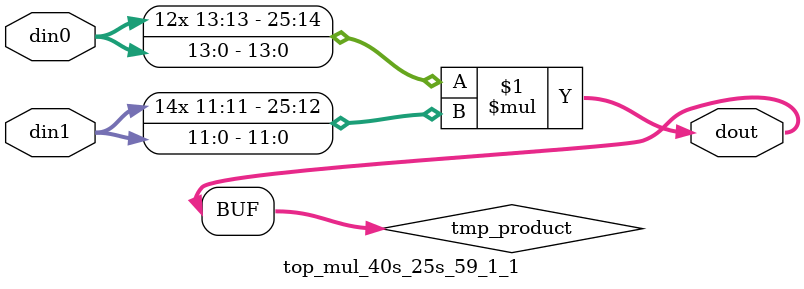
<source format=v>

`timescale 1 ns / 1 ps

 module top_mul_40s_25s_59_1_1(din0, din1, dout);
parameter ID = 1;
parameter NUM_STAGE = 0;
parameter din0_WIDTH = 14;
parameter din1_WIDTH = 12;
parameter dout_WIDTH = 26;

input [din0_WIDTH - 1 : 0] din0; 
input [din1_WIDTH - 1 : 0] din1; 
output [dout_WIDTH - 1 : 0] dout;

wire signed [dout_WIDTH - 1 : 0] tmp_product;



























assign tmp_product = $signed(din0) * $signed(din1);








assign dout = tmp_product;





















endmodule

</source>
